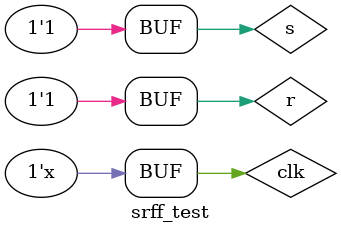
<source format=v>

module srff_test();
reg s,r,clk=0;
wire q,qbar;

srff DUT(.s(s),.r(r),.clk(clk),.q(q),.qbar(qbar));

initial begin
        $monitor($time,"s=%b r=%b q=%b qbar=%b ",s,r,q,qbar);

//forever 

#10 s=1; r=0;
#10 s=0;r=0;
#10 s=0;r=1;
#10 s=0;r=0;
#10 s=1;r=1;
#10;
end
always #5 clk=~clk;
endmodule

</source>
